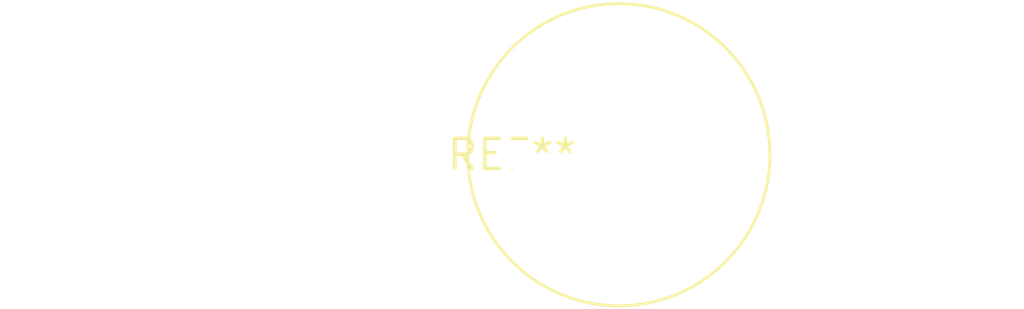
<source format=kicad_pcb>
(kicad_pcb (version 20240108) (generator pcbnew)
  (layers (0 "F.Cu" signal) (31 "B.Cu" signal) (34 "B.Paste" user) (35 "F.Paste" user) (36 "B.SilkS" user "B.Silkscreen") (37 "F.SilkS" user "F.Silkscreen") (38 "B.Mask" user) (39 "F.Mask" user) (44 "Edge.Cuts" user))
  (net 0 "")
  (footprint "L_Radial_D12.5mm_P9.00mm_Fastron_09HCP" (layer "F.Cu") (at 0 0)
    (property "Reference" "REF**")
    (property "Value" "L_Radial_D12.5mm_P9.00mm_Fastron_09HCP")
    (fp_circle (center 4.5 0) (end 10.87 0) (layer "F.SilkS") (stroke (width 0.12)) (fill none))
    (pad "1" thru_hole circle (at 0 0) (size 2.4 2.4) (drill 1.2) (layers *.Cu *.Mask) (remove_unused_layers))
    (pad "2" thru_hole circle (at 9 0) (size 2.4 2.4) (drill 1.2) (layers *.Cu *.Mask) (remove_unused_layers))
  )
)
</source>
